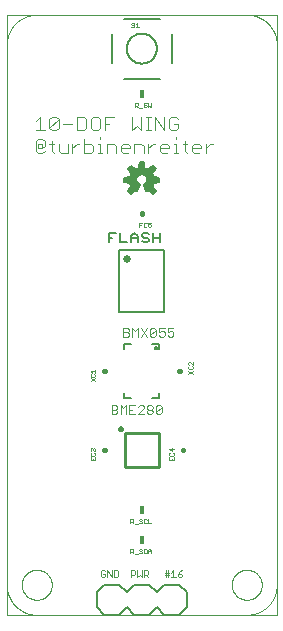
<source format=gto>
G75*
%MOIN*%
%OFA0B0*%
%FSLAX25Y25*%
%IPPOS*%
%LPD*%
%AMOC8*
5,1,8,0,0,1.08239X$1,22.5*
%
%ADD10C,0.00000*%
%ADD11C,0.00400*%
%ADD12C,0.00200*%
%ADD13C,0.01500*%
%ADD14C,0.00100*%
%ADD15C,0.00800*%
%ADD16C,0.00591*%
%ADD17R,0.01500X0.03000*%
%ADD18C,0.00500*%
%ADD19C,0.00300*%
%ADD20C,0.01000*%
%ADD21C,0.02500*%
%ADD22C,0.00700*%
D10*
X0005000Y0004300D02*
X0005000Y0204261D01*
X0094951Y0204261D01*
X0094951Y0004300D01*
X0005000Y0004300D01*
X0005000Y0014300D02*
X0005000Y0194300D01*
X0005003Y0194542D01*
X0005012Y0194783D01*
X0005026Y0195024D01*
X0005047Y0195265D01*
X0005073Y0195505D01*
X0005105Y0195745D01*
X0005143Y0195984D01*
X0005186Y0196221D01*
X0005236Y0196458D01*
X0005291Y0196693D01*
X0005351Y0196927D01*
X0005418Y0197159D01*
X0005489Y0197390D01*
X0005567Y0197619D01*
X0005650Y0197846D01*
X0005738Y0198071D01*
X0005832Y0198294D01*
X0005931Y0198514D01*
X0006036Y0198732D01*
X0006145Y0198947D01*
X0006260Y0199160D01*
X0006380Y0199370D01*
X0006505Y0199576D01*
X0006635Y0199780D01*
X0006770Y0199981D01*
X0006910Y0200178D01*
X0007054Y0200372D01*
X0007203Y0200562D01*
X0007357Y0200748D01*
X0007515Y0200931D01*
X0007677Y0201110D01*
X0007844Y0201285D01*
X0008015Y0201456D01*
X0008190Y0201623D01*
X0008369Y0201785D01*
X0008552Y0201943D01*
X0008738Y0202097D01*
X0008928Y0202246D01*
X0009122Y0202390D01*
X0009319Y0202530D01*
X0009520Y0202665D01*
X0009724Y0202795D01*
X0009930Y0202920D01*
X0010140Y0203040D01*
X0010353Y0203155D01*
X0010568Y0203264D01*
X0010786Y0203369D01*
X0011006Y0203468D01*
X0011229Y0203562D01*
X0011454Y0203650D01*
X0011681Y0203733D01*
X0011910Y0203811D01*
X0012141Y0203882D01*
X0012373Y0203949D01*
X0012607Y0204009D01*
X0012842Y0204064D01*
X0013079Y0204114D01*
X0013316Y0204157D01*
X0013555Y0204195D01*
X0013795Y0204227D01*
X0014035Y0204253D01*
X0014276Y0204274D01*
X0014517Y0204288D01*
X0014758Y0204297D01*
X0015000Y0204300D01*
X0085000Y0204300D01*
X0085242Y0204297D01*
X0085483Y0204288D01*
X0085724Y0204274D01*
X0085965Y0204253D01*
X0086205Y0204227D01*
X0086445Y0204195D01*
X0086684Y0204157D01*
X0086921Y0204114D01*
X0087158Y0204064D01*
X0087393Y0204009D01*
X0087627Y0203949D01*
X0087859Y0203882D01*
X0088090Y0203811D01*
X0088319Y0203733D01*
X0088546Y0203650D01*
X0088771Y0203562D01*
X0088994Y0203468D01*
X0089214Y0203369D01*
X0089432Y0203264D01*
X0089647Y0203155D01*
X0089860Y0203040D01*
X0090070Y0202920D01*
X0090276Y0202795D01*
X0090480Y0202665D01*
X0090681Y0202530D01*
X0090878Y0202390D01*
X0091072Y0202246D01*
X0091262Y0202097D01*
X0091448Y0201943D01*
X0091631Y0201785D01*
X0091810Y0201623D01*
X0091985Y0201456D01*
X0092156Y0201285D01*
X0092323Y0201110D01*
X0092485Y0200931D01*
X0092643Y0200748D01*
X0092797Y0200562D01*
X0092946Y0200372D01*
X0093090Y0200178D01*
X0093230Y0199981D01*
X0093365Y0199780D01*
X0093495Y0199576D01*
X0093620Y0199370D01*
X0093740Y0199160D01*
X0093855Y0198947D01*
X0093964Y0198732D01*
X0094069Y0198514D01*
X0094168Y0198294D01*
X0094262Y0198071D01*
X0094350Y0197846D01*
X0094433Y0197619D01*
X0094511Y0197390D01*
X0094582Y0197159D01*
X0094649Y0196927D01*
X0094709Y0196693D01*
X0094764Y0196458D01*
X0094814Y0196221D01*
X0094857Y0195984D01*
X0094895Y0195745D01*
X0094927Y0195505D01*
X0094953Y0195265D01*
X0094974Y0195024D01*
X0094988Y0194783D01*
X0094997Y0194542D01*
X0095000Y0194300D01*
X0095000Y0014300D01*
X0080000Y0014300D02*
X0080002Y0014441D01*
X0080008Y0014582D01*
X0080018Y0014722D01*
X0080032Y0014862D01*
X0080050Y0015002D01*
X0080071Y0015141D01*
X0080097Y0015280D01*
X0080126Y0015418D01*
X0080160Y0015554D01*
X0080197Y0015690D01*
X0080238Y0015825D01*
X0080283Y0015959D01*
X0080332Y0016091D01*
X0080384Y0016222D01*
X0080440Y0016351D01*
X0080500Y0016478D01*
X0080563Y0016604D01*
X0080629Y0016728D01*
X0080700Y0016851D01*
X0080773Y0016971D01*
X0080850Y0017089D01*
X0080930Y0017205D01*
X0081014Y0017318D01*
X0081100Y0017429D01*
X0081190Y0017538D01*
X0081283Y0017644D01*
X0081378Y0017747D01*
X0081477Y0017848D01*
X0081578Y0017946D01*
X0081682Y0018041D01*
X0081789Y0018133D01*
X0081898Y0018222D01*
X0082010Y0018307D01*
X0082124Y0018390D01*
X0082240Y0018470D01*
X0082359Y0018546D01*
X0082480Y0018618D01*
X0082602Y0018688D01*
X0082727Y0018753D01*
X0082853Y0018816D01*
X0082981Y0018874D01*
X0083111Y0018929D01*
X0083242Y0018981D01*
X0083375Y0019028D01*
X0083509Y0019072D01*
X0083644Y0019113D01*
X0083780Y0019149D01*
X0083917Y0019181D01*
X0084055Y0019210D01*
X0084193Y0019235D01*
X0084333Y0019255D01*
X0084473Y0019272D01*
X0084613Y0019285D01*
X0084754Y0019294D01*
X0084894Y0019299D01*
X0085035Y0019300D01*
X0085176Y0019297D01*
X0085317Y0019290D01*
X0085457Y0019279D01*
X0085597Y0019264D01*
X0085737Y0019245D01*
X0085876Y0019223D01*
X0086014Y0019196D01*
X0086152Y0019166D01*
X0086288Y0019131D01*
X0086424Y0019093D01*
X0086558Y0019051D01*
X0086692Y0019005D01*
X0086824Y0018956D01*
X0086954Y0018902D01*
X0087083Y0018845D01*
X0087210Y0018785D01*
X0087336Y0018721D01*
X0087459Y0018653D01*
X0087581Y0018582D01*
X0087701Y0018508D01*
X0087818Y0018430D01*
X0087933Y0018349D01*
X0088046Y0018265D01*
X0088157Y0018178D01*
X0088265Y0018087D01*
X0088370Y0017994D01*
X0088473Y0017897D01*
X0088573Y0017798D01*
X0088670Y0017696D01*
X0088764Y0017591D01*
X0088855Y0017484D01*
X0088943Y0017374D01*
X0089028Y0017262D01*
X0089110Y0017147D01*
X0089189Y0017030D01*
X0089264Y0016911D01*
X0089336Y0016790D01*
X0089404Y0016667D01*
X0089469Y0016542D01*
X0089531Y0016415D01*
X0089588Y0016286D01*
X0089643Y0016156D01*
X0089693Y0016025D01*
X0089740Y0015892D01*
X0089783Y0015758D01*
X0089822Y0015622D01*
X0089857Y0015486D01*
X0089889Y0015349D01*
X0089916Y0015211D01*
X0089940Y0015072D01*
X0089960Y0014932D01*
X0089976Y0014792D01*
X0089988Y0014652D01*
X0089996Y0014511D01*
X0090000Y0014370D01*
X0090000Y0014230D01*
X0089996Y0014089D01*
X0089988Y0013948D01*
X0089976Y0013808D01*
X0089960Y0013668D01*
X0089940Y0013528D01*
X0089916Y0013389D01*
X0089889Y0013251D01*
X0089857Y0013114D01*
X0089822Y0012978D01*
X0089783Y0012842D01*
X0089740Y0012708D01*
X0089693Y0012575D01*
X0089643Y0012444D01*
X0089588Y0012314D01*
X0089531Y0012185D01*
X0089469Y0012058D01*
X0089404Y0011933D01*
X0089336Y0011810D01*
X0089264Y0011689D01*
X0089189Y0011570D01*
X0089110Y0011453D01*
X0089028Y0011338D01*
X0088943Y0011226D01*
X0088855Y0011116D01*
X0088764Y0011009D01*
X0088670Y0010904D01*
X0088573Y0010802D01*
X0088473Y0010703D01*
X0088370Y0010606D01*
X0088265Y0010513D01*
X0088157Y0010422D01*
X0088046Y0010335D01*
X0087933Y0010251D01*
X0087818Y0010170D01*
X0087701Y0010092D01*
X0087581Y0010018D01*
X0087459Y0009947D01*
X0087336Y0009879D01*
X0087210Y0009815D01*
X0087083Y0009755D01*
X0086954Y0009698D01*
X0086824Y0009644D01*
X0086692Y0009595D01*
X0086558Y0009549D01*
X0086424Y0009507D01*
X0086288Y0009469D01*
X0086152Y0009434D01*
X0086014Y0009404D01*
X0085876Y0009377D01*
X0085737Y0009355D01*
X0085597Y0009336D01*
X0085457Y0009321D01*
X0085317Y0009310D01*
X0085176Y0009303D01*
X0085035Y0009300D01*
X0084894Y0009301D01*
X0084754Y0009306D01*
X0084613Y0009315D01*
X0084473Y0009328D01*
X0084333Y0009345D01*
X0084193Y0009365D01*
X0084055Y0009390D01*
X0083917Y0009419D01*
X0083780Y0009451D01*
X0083644Y0009487D01*
X0083509Y0009528D01*
X0083375Y0009572D01*
X0083242Y0009619D01*
X0083111Y0009671D01*
X0082981Y0009726D01*
X0082853Y0009784D01*
X0082727Y0009847D01*
X0082602Y0009912D01*
X0082480Y0009982D01*
X0082359Y0010054D01*
X0082240Y0010130D01*
X0082124Y0010210D01*
X0082010Y0010293D01*
X0081898Y0010378D01*
X0081789Y0010467D01*
X0081682Y0010559D01*
X0081578Y0010654D01*
X0081477Y0010752D01*
X0081378Y0010853D01*
X0081283Y0010956D01*
X0081190Y0011062D01*
X0081100Y0011171D01*
X0081014Y0011282D01*
X0080930Y0011395D01*
X0080850Y0011511D01*
X0080773Y0011629D01*
X0080700Y0011749D01*
X0080629Y0011872D01*
X0080563Y0011996D01*
X0080500Y0012122D01*
X0080440Y0012249D01*
X0080384Y0012378D01*
X0080332Y0012509D01*
X0080283Y0012641D01*
X0080238Y0012775D01*
X0080197Y0012910D01*
X0080160Y0013046D01*
X0080126Y0013182D01*
X0080097Y0013320D01*
X0080071Y0013459D01*
X0080050Y0013598D01*
X0080032Y0013738D01*
X0080018Y0013878D01*
X0080008Y0014018D01*
X0080002Y0014159D01*
X0080000Y0014300D01*
X0085000Y0004300D02*
X0085242Y0004303D01*
X0085483Y0004312D01*
X0085724Y0004326D01*
X0085965Y0004347D01*
X0086205Y0004373D01*
X0086445Y0004405D01*
X0086684Y0004443D01*
X0086921Y0004486D01*
X0087158Y0004536D01*
X0087393Y0004591D01*
X0087627Y0004651D01*
X0087859Y0004718D01*
X0088090Y0004789D01*
X0088319Y0004867D01*
X0088546Y0004950D01*
X0088771Y0005038D01*
X0088994Y0005132D01*
X0089214Y0005231D01*
X0089432Y0005336D01*
X0089647Y0005445D01*
X0089860Y0005560D01*
X0090070Y0005680D01*
X0090276Y0005805D01*
X0090480Y0005935D01*
X0090681Y0006070D01*
X0090878Y0006210D01*
X0091072Y0006354D01*
X0091262Y0006503D01*
X0091448Y0006657D01*
X0091631Y0006815D01*
X0091810Y0006977D01*
X0091985Y0007144D01*
X0092156Y0007315D01*
X0092323Y0007490D01*
X0092485Y0007669D01*
X0092643Y0007852D01*
X0092797Y0008038D01*
X0092946Y0008228D01*
X0093090Y0008422D01*
X0093230Y0008619D01*
X0093365Y0008820D01*
X0093495Y0009024D01*
X0093620Y0009230D01*
X0093740Y0009440D01*
X0093855Y0009653D01*
X0093964Y0009868D01*
X0094069Y0010086D01*
X0094168Y0010306D01*
X0094262Y0010529D01*
X0094350Y0010754D01*
X0094433Y0010981D01*
X0094511Y0011210D01*
X0094582Y0011441D01*
X0094649Y0011673D01*
X0094709Y0011907D01*
X0094764Y0012142D01*
X0094814Y0012379D01*
X0094857Y0012616D01*
X0094895Y0012855D01*
X0094927Y0013095D01*
X0094953Y0013335D01*
X0094974Y0013576D01*
X0094988Y0013817D01*
X0094997Y0014058D01*
X0095000Y0014300D01*
X0085000Y0004300D02*
X0015000Y0004300D01*
X0010000Y0014300D02*
X0010002Y0014441D01*
X0010008Y0014582D01*
X0010018Y0014722D01*
X0010032Y0014862D01*
X0010050Y0015002D01*
X0010071Y0015141D01*
X0010097Y0015280D01*
X0010126Y0015418D01*
X0010160Y0015554D01*
X0010197Y0015690D01*
X0010238Y0015825D01*
X0010283Y0015959D01*
X0010332Y0016091D01*
X0010384Y0016222D01*
X0010440Y0016351D01*
X0010500Y0016478D01*
X0010563Y0016604D01*
X0010629Y0016728D01*
X0010700Y0016851D01*
X0010773Y0016971D01*
X0010850Y0017089D01*
X0010930Y0017205D01*
X0011014Y0017318D01*
X0011100Y0017429D01*
X0011190Y0017538D01*
X0011283Y0017644D01*
X0011378Y0017747D01*
X0011477Y0017848D01*
X0011578Y0017946D01*
X0011682Y0018041D01*
X0011789Y0018133D01*
X0011898Y0018222D01*
X0012010Y0018307D01*
X0012124Y0018390D01*
X0012240Y0018470D01*
X0012359Y0018546D01*
X0012480Y0018618D01*
X0012602Y0018688D01*
X0012727Y0018753D01*
X0012853Y0018816D01*
X0012981Y0018874D01*
X0013111Y0018929D01*
X0013242Y0018981D01*
X0013375Y0019028D01*
X0013509Y0019072D01*
X0013644Y0019113D01*
X0013780Y0019149D01*
X0013917Y0019181D01*
X0014055Y0019210D01*
X0014193Y0019235D01*
X0014333Y0019255D01*
X0014473Y0019272D01*
X0014613Y0019285D01*
X0014754Y0019294D01*
X0014894Y0019299D01*
X0015035Y0019300D01*
X0015176Y0019297D01*
X0015317Y0019290D01*
X0015457Y0019279D01*
X0015597Y0019264D01*
X0015737Y0019245D01*
X0015876Y0019223D01*
X0016014Y0019196D01*
X0016152Y0019166D01*
X0016288Y0019131D01*
X0016424Y0019093D01*
X0016558Y0019051D01*
X0016692Y0019005D01*
X0016824Y0018956D01*
X0016954Y0018902D01*
X0017083Y0018845D01*
X0017210Y0018785D01*
X0017336Y0018721D01*
X0017459Y0018653D01*
X0017581Y0018582D01*
X0017701Y0018508D01*
X0017818Y0018430D01*
X0017933Y0018349D01*
X0018046Y0018265D01*
X0018157Y0018178D01*
X0018265Y0018087D01*
X0018370Y0017994D01*
X0018473Y0017897D01*
X0018573Y0017798D01*
X0018670Y0017696D01*
X0018764Y0017591D01*
X0018855Y0017484D01*
X0018943Y0017374D01*
X0019028Y0017262D01*
X0019110Y0017147D01*
X0019189Y0017030D01*
X0019264Y0016911D01*
X0019336Y0016790D01*
X0019404Y0016667D01*
X0019469Y0016542D01*
X0019531Y0016415D01*
X0019588Y0016286D01*
X0019643Y0016156D01*
X0019693Y0016025D01*
X0019740Y0015892D01*
X0019783Y0015758D01*
X0019822Y0015622D01*
X0019857Y0015486D01*
X0019889Y0015349D01*
X0019916Y0015211D01*
X0019940Y0015072D01*
X0019960Y0014932D01*
X0019976Y0014792D01*
X0019988Y0014652D01*
X0019996Y0014511D01*
X0020000Y0014370D01*
X0020000Y0014230D01*
X0019996Y0014089D01*
X0019988Y0013948D01*
X0019976Y0013808D01*
X0019960Y0013668D01*
X0019940Y0013528D01*
X0019916Y0013389D01*
X0019889Y0013251D01*
X0019857Y0013114D01*
X0019822Y0012978D01*
X0019783Y0012842D01*
X0019740Y0012708D01*
X0019693Y0012575D01*
X0019643Y0012444D01*
X0019588Y0012314D01*
X0019531Y0012185D01*
X0019469Y0012058D01*
X0019404Y0011933D01*
X0019336Y0011810D01*
X0019264Y0011689D01*
X0019189Y0011570D01*
X0019110Y0011453D01*
X0019028Y0011338D01*
X0018943Y0011226D01*
X0018855Y0011116D01*
X0018764Y0011009D01*
X0018670Y0010904D01*
X0018573Y0010802D01*
X0018473Y0010703D01*
X0018370Y0010606D01*
X0018265Y0010513D01*
X0018157Y0010422D01*
X0018046Y0010335D01*
X0017933Y0010251D01*
X0017818Y0010170D01*
X0017701Y0010092D01*
X0017581Y0010018D01*
X0017459Y0009947D01*
X0017336Y0009879D01*
X0017210Y0009815D01*
X0017083Y0009755D01*
X0016954Y0009698D01*
X0016824Y0009644D01*
X0016692Y0009595D01*
X0016558Y0009549D01*
X0016424Y0009507D01*
X0016288Y0009469D01*
X0016152Y0009434D01*
X0016014Y0009404D01*
X0015876Y0009377D01*
X0015737Y0009355D01*
X0015597Y0009336D01*
X0015457Y0009321D01*
X0015317Y0009310D01*
X0015176Y0009303D01*
X0015035Y0009300D01*
X0014894Y0009301D01*
X0014754Y0009306D01*
X0014613Y0009315D01*
X0014473Y0009328D01*
X0014333Y0009345D01*
X0014193Y0009365D01*
X0014055Y0009390D01*
X0013917Y0009419D01*
X0013780Y0009451D01*
X0013644Y0009487D01*
X0013509Y0009528D01*
X0013375Y0009572D01*
X0013242Y0009619D01*
X0013111Y0009671D01*
X0012981Y0009726D01*
X0012853Y0009784D01*
X0012727Y0009847D01*
X0012602Y0009912D01*
X0012480Y0009982D01*
X0012359Y0010054D01*
X0012240Y0010130D01*
X0012124Y0010210D01*
X0012010Y0010293D01*
X0011898Y0010378D01*
X0011789Y0010467D01*
X0011682Y0010559D01*
X0011578Y0010654D01*
X0011477Y0010752D01*
X0011378Y0010853D01*
X0011283Y0010956D01*
X0011190Y0011062D01*
X0011100Y0011171D01*
X0011014Y0011282D01*
X0010930Y0011395D01*
X0010850Y0011511D01*
X0010773Y0011629D01*
X0010700Y0011749D01*
X0010629Y0011872D01*
X0010563Y0011996D01*
X0010500Y0012122D01*
X0010440Y0012249D01*
X0010384Y0012378D01*
X0010332Y0012509D01*
X0010283Y0012641D01*
X0010238Y0012775D01*
X0010197Y0012910D01*
X0010160Y0013046D01*
X0010126Y0013182D01*
X0010097Y0013320D01*
X0010071Y0013459D01*
X0010050Y0013598D01*
X0010032Y0013738D01*
X0010018Y0013878D01*
X0010008Y0014018D01*
X0010002Y0014159D01*
X0010000Y0014300D01*
X0005000Y0014300D02*
X0005003Y0014058D01*
X0005012Y0013817D01*
X0005026Y0013576D01*
X0005047Y0013335D01*
X0005073Y0013095D01*
X0005105Y0012855D01*
X0005143Y0012616D01*
X0005186Y0012379D01*
X0005236Y0012142D01*
X0005291Y0011907D01*
X0005351Y0011673D01*
X0005418Y0011441D01*
X0005489Y0011210D01*
X0005567Y0010981D01*
X0005650Y0010754D01*
X0005738Y0010529D01*
X0005832Y0010306D01*
X0005931Y0010086D01*
X0006036Y0009868D01*
X0006145Y0009653D01*
X0006260Y0009440D01*
X0006380Y0009230D01*
X0006505Y0009024D01*
X0006635Y0008820D01*
X0006770Y0008619D01*
X0006910Y0008422D01*
X0007054Y0008228D01*
X0007203Y0008038D01*
X0007357Y0007852D01*
X0007515Y0007669D01*
X0007677Y0007490D01*
X0007844Y0007315D01*
X0008015Y0007144D01*
X0008190Y0006977D01*
X0008369Y0006815D01*
X0008552Y0006657D01*
X0008738Y0006503D01*
X0008928Y0006354D01*
X0009122Y0006210D01*
X0009319Y0006070D01*
X0009520Y0005935D01*
X0009724Y0005805D01*
X0009930Y0005680D01*
X0010140Y0005560D01*
X0010353Y0005445D01*
X0010568Y0005336D01*
X0010786Y0005231D01*
X0011006Y0005132D01*
X0011229Y0005038D01*
X0011454Y0004950D01*
X0011681Y0004867D01*
X0011910Y0004789D01*
X0012141Y0004718D01*
X0012373Y0004651D01*
X0012607Y0004591D01*
X0012842Y0004536D01*
X0013079Y0004486D01*
X0013316Y0004443D01*
X0013555Y0004405D01*
X0013795Y0004373D01*
X0014035Y0004347D01*
X0014276Y0004326D01*
X0014517Y0004312D01*
X0014758Y0004303D01*
X0015000Y0004300D01*
D11*
X0015349Y0158250D02*
X0014582Y0159017D01*
X0014582Y0162087D01*
X0015349Y0162854D01*
X0016883Y0162854D01*
X0017651Y0162087D01*
X0017651Y0160552D01*
X0016883Y0159785D01*
X0016883Y0161319D01*
X0015349Y0161319D01*
X0015349Y0159785D01*
X0016883Y0159785D01*
X0017651Y0159017D02*
X0016883Y0158250D01*
X0015349Y0158250D01*
X0019953Y0159017D02*
X0020720Y0158250D01*
X0019953Y0159017D02*
X0019953Y0162087D01*
X0020720Y0161319D02*
X0019185Y0161319D01*
X0019953Y0165750D02*
X0019185Y0166517D01*
X0022255Y0169587D01*
X0022255Y0166517D01*
X0021487Y0165750D01*
X0019953Y0165750D01*
X0019185Y0166517D02*
X0019185Y0169587D01*
X0019953Y0170354D01*
X0021487Y0170354D01*
X0022255Y0169587D01*
X0023789Y0168052D02*
X0026859Y0168052D01*
X0028393Y0170354D02*
X0028393Y0165750D01*
X0030695Y0165750D01*
X0031463Y0166517D01*
X0031463Y0169587D01*
X0030695Y0170354D01*
X0028393Y0170354D01*
X0032997Y0169587D02*
X0032997Y0166517D01*
X0033765Y0165750D01*
X0035299Y0165750D01*
X0036067Y0166517D01*
X0036067Y0169587D01*
X0035299Y0170354D01*
X0033765Y0170354D01*
X0032997Y0169587D01*
X0036066Y0163621D02*
X0036066Y0162854D01*
X0036066Y0161319D02*
X0036066Y0158250D01*
X0035299Y0158250D02*
X0036834Y0158250D01*
X0038368Y0158250D02*
X0038368Y0161319D01*
X0040670Y0161319D01*
X0041438Y0160552D01*
X0041438Y0158250D01*
X0042972Y0159017D02*
X0042972Y0160552D01*
X0043740Y0161319D01*
X0045274Y0161319D01*
X0046042Y0160552D01*
X0046042Y0159785D01*
X0042972Y0159785D01*
X0042972Y0159017D02*
X0043740Y0158250D01*
X0045274Y0158250D01*
X0047576Y0158250D02*
X0047576Y0161319D01*
X0049878Y0161319D01*
X0050646Y0160552D01*
X0050646Y0158250D01*
X0052180Y0158250D02*
X0052180Y0161319D01*
X0052180Y0159785D02*
X0053715Y0161319D01*
X0054482Y0161319D01*
X0056017Y0160552D02*
X0056784Y0161319D01*
X0058319Y0161319D01*
X0059086Y0160552D01*
X0059086Y0159785D01*
X0056017Y0159785D01*
X0056017Y0160552D02*
X0056017Y0159017D01*
X0056784Y0158250D01*
X0058319Y0158250D01*
X0060621Y0158250D02*
X0062155Y0158250D01*
X0061388Y0158250D02*
X0061388Y0161319D01*
X0060621Y0161319D01*
X0061388Y0162854D02*
X0061388Y0163621D01*
X0061388Y0165750D02*
X0062155Y0166517D01*
X0062155Y0168052D01*
X0060621Y0168052D01*
X0062155Y0169587D02*
X0061388Y0170354D01*
X0059853Y0170354D01*
X0059086Y0169587D01*
X0059086Y0166517D01*
X0059853Y0165750D01*
X0061388Y0165750D01*
X0063690Y0161319D02*
X0065225Y0161319D01*
X0064457Y0162087D02*
X0064457Y0159017D01*
X0065225Y0158250D01*
X0066759Y0159017D02*
X0066759Y0160552D01*
X0067527Y0161319D01*
X0069061Y0161319D01*
X0069829Y0160552D01*
X0069829Y0159785D01*
X0066759Y0159785D01*
X0066759Y0159017D02*
X0067527Y0158250D01*
X0069061Y0158250D01*
X0071363Y0158250D02*
X0071363Y0161319D01*
X0071363Y0159785D02*
X0072898Y0161319D01*
X0073665Y0161319D01*
X0057551Y0165750D02*
X0057551Y0170354D01*
X0054482Y0170354D02*
X0057551Y0165750D01*
X0054482Y0165750D02*
X0054482Y0170354D01*
X0052948Y0170354D02*
X0051413Y0170354D01*
X0052180Y0170354D02*
X0052180Y0165750D01*
X0051413Y0165750D02*
X0052948Y0165750D01*
X0049878Y0165750D02*
X0049878Y0170354D01*
X0048344Y0167285D02*
X0049878Y0165750D01*
X0048344Y0167285D02*
X0046809Y0165750D01*
X0046809Y0170354D01*
X0040670Y0170354D02*
X0037601Y0170354D01*
X0037601Y0165750D01*
X0037601Y0168052D02*
X0039136Y0168052D01*
X0036066Y0161319D02*
X0035299Y0161319D01*
X0033765Y0160552D02*
X0033765Y0159017D01*
X0032997Y0158250D01*
X0030695Y0158250D01*
X0030695Y0162854D01*
X0030695Y0161319D02*
X0032997Y0161319D01*
X0033765Y0160552D01*
X0029161Y0161319D02*
X0028393Y0161319D01*
X0026859Y0159785D01*
X0026859Y0161319D02*
X0026859Y0158250D01*
X0025324Y0158250D02*
X0025324Y0161319D01*
X0025324Y0158250D02*
X0023022Y0158250D01*
X0022255Y0159017D01*
X0022255Y0161319D01*
X0017651Y0165750D02*
X0014582Y0165750D01*
X0014582Y0168819D02*
X0016116Y0170354D01*
X0016116Y0165750D01*
D12*
X0036717Y0019102D02*
X0036350Y0018735D01*
X0036350Y0017267D01*
X0036717Y0016900D01*
X0037451Y0016900D01*
X0037818Y0017267D01*
X0037818Y0018001D01*
X0037084Y0018001D01*
X0037818Y0018735D02*
X0037451Y0019102D01*
X0036717Y0019102D01*
X0038560Y0019102D02*
X0038560Y0016900D01*
X0040028Y0016900D02*
X0038560Y0019102D01*
X0040028Y0019102D02*
X0040028Y0016900D01*
X0040770Y0016900D02*
X0040770Y0019102D01*
X0041871Y0019102D01*
X0042238Y0018735D01*
X0042238Y0017267D01*
X0041871Y0016900D01*
X0040770Y0016900D01*
X0046350Y0016900D02*
X0046350Y0019102D01*
X0047451Y0019102D01*
X0047818Y0018735D01*
X0047818Y0018001D01*
X0047451Y0017634D01*
X0046350Y0017634D01*
X0048560Y0016900D02*
X0049294Y0017634D01*
X0050028Y0016900D01*
X0050028Y0019102D01*
X0050770Y0019102D02*
X0050770Y0016900D01*
X0050770Y0017634D02*
X0051871Y0017634D01*
X0052238Y0018001D01*
X0052238Y0018735D01*
X0051871Y0019102D01*
X0050770Y0019102D01*
X0051504Y0017634D02*
X0052238Y0016900D01*
X0048560Y0016900D02*
X0048560Y0019102D01*
X0057600Y0018368D02*
X0058701Y0018368D01*
X0059068Y0018368D01*
X0059068Y0017634D02*
X0057600Y0017634D01*
X0057967Y0016900D02*
X0057967Y0019102D01*
X0058701Y0019102D02*
X0058701Y0016900D01*
X0059810Y0016900D02*
X0061278Y0016900D01*
X0060544Y0016900D02*
X0060544Y0019102D01*
X0059810Y0018368D01*
X0062020Y0018001D02*
X0063121Y0018001D01*
X0063488Y0017634D01*
X0063488Y0017267D01*
X0063121Y0016900D01*
X0062387Y0016900D01*
X0062020Y0017267D01*
X0062020Y0018001D01*
X0062754Y0018735D01*
X0063488Y0019102D01*
D13*
X0063640Y0059300D02*
X0063860Y0059300D01*
X0062610Y0085550D02*
X0062390Y0085550D01*
X0037610Y0085550D02*
X0037390Y0085550D01*
X0037390Y0059300D02*
X0037610Y0059300D01*
X0050000Y0137940D02*
X0050000Y0138160D01*
D14*
X0050131Y0135001D02*
X0049130Y0135001D01*
X0049130Y0133500D01*
X0049130Y0134251D02*
X0049631Y0134251D01*
X0050603Y0134751D02*
X0050603Y0133750D01*
X0050854Y0133500D01*
X0051354Y0133500D01*
X0051604Y0133750D01*
X0052077Y0133750D02*
X0052327Y0133500D01*
X0052827Y0133500D01*
X0053078Y0133750D01*
X0053078Y0134251D01*
X0052827Y0134501D01*
X0052577Y0134501D01*
X0052077Y0134251D01*
X0052077Y0135001D01*
X0053078Y0135001D01*
X0051604Y0134751D02*
X0051354Y0135001D01*
X0050854Y0135001D01*
X0050603Y0134751D01*
X0050131Y0173250D02*
X0049130Y0173250D01*
X0048658Y0173500D02*
X0048157Y0174000D01*
X0048408Y0174000D02*
X0047657Y0174000D01*
X0047657Y0173500D02*
X0047657Y0175001D01*
X0048408Y0175001D01*
X0048658Y0174751D01*
X0048658Y0174251D01*
X0048408Y0174000D01*
X0050603Y0173750D02*
X0050854Y0173500D01*
X0051354Y0173500D01*
X0051604Y0173750D01*
X0051604Y0174000D01*
X0051354Y0174251D01*
X0050854Y0174251D01*
X0050603Y0174501D01*
X0050603Y0174751D01*
X0050854Y0175001D01*
X0051354Y0175001D01*
X0051604Y0174751D01*
X0052077Y0175001D02*
X0052077Y0173500D01*
X0052577Y0174000D01*
X0053078Y0173500D01*
X0053078Y0175001D01*
X0049024Y0200100D02*
X0048023Y0200100D01*
X0048524Y0200100D02*
X0048524Y0201601D01*
X0048023Y0201101D01*
X0047551Y0201351D02*
X0047301Y0201601D01*
X0046800Y0201601D01*
X0046550Y0201351D01*
X0046550Y0201101D01*
X0046800Y0200851D01*
X0047301Y0200851D01*
X0047551Y0200600D01*
X0047551Y0200350D01*
X0047301Y0200100D01*
X0046800Y0200100D01*
X0046550Y0200350D01*
X0065799Y0088628D02*
X0065549Y0088377D01*
X0065549Y0087877D01*
X0065799Y0087627D01*
X0065799Y0087154D02*
X0065549Y0086904D01*
X0065549Y0086404D01*
X0065799Y0086153D01*
X0066800Y0086153D01*
X0067050Y0086404D01*
X0067050Y0086904D01*
X0066800Y0087154D01*
X0067050Y0087627D02*
X0066049Y0088628D01*
X0065799Y0088628D01*
X0067050Y0088628D02*
X0067050Y0087627D01*
X0067050Y0085681D02*
X0065549Y0084680D01*
X0065549Y0085681D02*
X0067050Y0084680D01*
X0059949Y0059797D02*
X0059949Y0058797D01*
X0059199Y0059547D01*
X0060700Y0059547D01*
X0060450Y0058324D02*
X0060700Y0058074D01*
X0060700Y0057573D01*
X0060450Y0057323D01*
X0059449Y0057323D01*
X0059199Y0057573D01*
X0059199Y0058074D01*
X0059449Y0058324D01*
X0059199Y0056851D02*
X0059199Y0055850D01*
X0060700Y0055850D01*
X0060700Y0056851D01*
X0059949Y0056350D02*
X0059949Y0055850D01*
X0052077Y0036251D02*
X0052077Y0034750D01*
X0053078Y0034750D01*
X0051604Y0035000D02*
X0051354Y0034750D01*
X0050854Y0034750D01*
X0050603Y0035000D01*
X0050603Y0036001D01*
X0050854Y0036251D01*
X0051354Y0036251D01*
X0051604Y0036001D01*
X0050131Y0036001D02*
X0049881Y0036251D01*
X0049380Y0036251D01*
X0049130Y0036001D01*
X0049130Y0035751D01*
X0049380Y0035501D01*
X0049881Y0035501D01*
X0050131Y0035250D01*
X0050131Y0035000D01*
X0049881Y0034750D01*
X0049380Y0034750D01*
X0049130Y0035000D01*
X0048658Y0034500D02*
X0047657Y0034500D01*
X0047185Y0034750D02*
X0046684Y0035250D01*
X0046934Y0035250D02*
X0046184Y0035250D01*
X0046184Y0034750D02*
X0046184Y0036251D01*
X0046934Y0036251D01*
X0047185Y0036001D01*
X0047185Y0035501D01*
X0046934Y0035250D01*
X0046934Y0026251D02*
X0046184Y0026251D01*
X0046184Y0024750D01*
X0046184Y0025250D02*
X0046934Y0025250D01*
X0047185Y0025501D01*
X0047185Y0026001D01*
X0046934Y0026251D01*
X0046684Y0025250D02*
X0047185Y0024750D01*
X0047657Y0024500D02*
X0048658Y0024500D01*
X0049130Y0025000D02*
X0049380Y0024750D01*
X0049881Y0024750D01*
X0050131Y0025000D01*
X0050131Y0025250D01*
X0049881Y0025501D01*
X0049380Y0025501D01*
X0049130Y0025751D01*
X0049130Y0026001D01*
X0049380Y0026251D01*
X0049881Y0026251D01*
X0050131Y0026001D01*
X0050603Y0026251D02*
X0050603Y0024750D01*
X0051354Y0024750D01*
X0051604Y0025000D01*
X0051604Y0026001D01*
X0051354Y0026251D01*
X0050603Y0026251D01*
X0052077Y0025751D02*
X0052077Y0024750D01*
X0052077Y0025501D02*
X0053078Y0025501D01*
X0053078Y0025751D02*
X0053078Y0024750D01*
X0053078Y0025751D02*
X0052577Y0026251D01*
X0052077Y0025751D01*
X0034450Y0055850D02*
X0034450Y0056851D01*
X0034200Y0057323D02*
X0034450Y0057573D01*
X0034450Y0058074D01*
X0034200Y0058324D01*
X0034200Y0058797D02*
X0034450Y0059047D01*
X0034450Y0059547D01*
X0034200Y0059797D01*
X0033950Y0059797D01*
X0033699Y0059547D01*
X0033699Y0059297D01*
X0033699Y0059547D02*
X0033449Y0059797D01*
X0033199Y0059797D01*
X0032949Y0059547D01*
X0032949Y0059047D01*
X0033199Y0058797D01*
X0033199Y0058324D02*
X0032949Y0058074D01*
X0032949Y0057573D01*
X0033199Y0057323D01*
X0034200Y0057323D01*
X0033699Y0056350D02*
X0033699Y0055850D01*
X0032949Y0055850D02*
X0032949Y0056851D01*
X0032949Y0055850D02*
X0034450Y0055850D01*
X0034450Y0082100D02*
X0032949Y0083101D01*
X0033199Y0083573D02*
X0032949Y0083823D01*
X0032949Y0084324D01*
X0033199Y0084574D01*
X0033449Y0085047D02*
X0032949Y0085547D01*
X0034450Y0085547D01*
X0034450Y0085047D02*
X0034450Y0086047D01*
X0034200Y0084574D02*
X0034450Y0084324D01*
X0034450Y0083823D01*
X0034200Y0083573D01*
X0033199Y0083573D01*
X0034450Y0083101D02*
X0032949Y0082100D01*
D15*
X0042520Y0105137D02*
X0042520Y0126003D01*
X0057480Y0126003D01*
X0057480Y0105137D01*
X0042520Y0105137D01*
X0043937Y0183050D02*
X0056063Y0183050D01*
X0060000Y0188168D02*
X0060000Y0197932D01*
X0056063Y0203050D02*
X0043937Y0203050D01*
X0040000Y0198050D02*
X0040000Y0188168D01*
X0045000Y0193050D02*
X0045002Y0193191D01*
X0045008Y0193332D01*
X0045018Y0193472D01*
X0045032Y0193612D01*
X0045050Y0193752D01*
X0045071Y0193891D01*
X0045097Y0194030D01*
X0045126Y0194168D01*
X0045160Y0194304D01*
X0045197Y0194440D01*
X0045238Y0194575D01*
X0045283Y0194709D01*
X0045332Y0194841D01*
X0045384Y0194972D01*
X0045440Y0195101D01*
X0045500Y0195228D01*
X0045563Y0195354D01*
X0045629Y0195478D01*
X0045700Y0195601D01*
X0045773Y0195721D01*
X0045850Y0195839D01*
X0045930Y0195955D01*
X0046014Y0196068D01*
X0046100Y0196179D01*
X0046190Y0196288D01*
X0046283Y0196394D01*
X0046378Y0196497D01*
X0046477Y0196598D01*
X0046578Y0196696D01*
X0046682Y0196791D01*
X0046789Y0196883D01*
X0046898Y0196972D01*
X0047010Y0197057D01*
X0047124Y0197140D01*
X0047240Y0197220D01*
X0047359Y0197296D01*
X0047480Y0197368D01*
X0047602Y0197438D01*
X0047727Y0197503D01*
X0047853Y0197566D01*
X0047981Y0197624D01*
X0048111Y0197679D01*
X0048242Y0197731D01*
X0048375Y0197778D01*
X0048509Y0197822D01*
X0048644Y0197863D01*
X0048780Y0197899D01*
X0048917Y0197931D01*
X0049055Y0197960D01*
X0049193Y0197985D01*
X0049333Y0198005D01*
X0049473Y0198022D01*
X0049613Y0198035D01*
X0049754Y0198044D01*
X0049894Y0198049D01*
X0050035Y0198050D01*
X0050176Y0198047D01*
X0050317Y0198040D01*
X0050457Y0198029D01*
X0050597Y0198014D01*
X0050737Y0197995D01*
X0050876Y0197973D01*
X0051014Y0197946D01*
X0051152Y0197916D01*
X0051288Y0197881D01*
X0051424Y0197843D01*
X0051558Y0197801D01*
X0051692Y0197755D01*
X0051824Y0197706D01*
X0051954Y0197652D01*
X0052083Y0197595D01*
X0052210Y0197535D01*
X0052336Y0197471D01*
X0052459Y0197403D01*
X0052581Y0197332D01*
X0052701Y0197258D01*
X0052818Y0197180D01*
X0052933Y0197099D01*
X0053046Y0197015D01*
X0053157Y0196928D01*
X0053265Y0196837D01*
X0053370Y0196744D01*
X0053473Y0196647D01*
X0053573Y0196548D01*
X0053670Y0196446D01*
X0053764Y0196341D01*
X0053855Y0196234D01*
X0053943Y0196124D01*
X0054028Y0196012D01*
X0054110Y0195897D01*
X0054189Y0195780D01*
X0054264Y0195661D01*
X0054336Y0195540D01*
X0054404Y0195417D01*
X0054469Y0195292D01*
X0054531Y0195165D01*
X0054588Y0195036D01*
X0054643Y0194906D01*
X0054693Y0194775D01*
X0054740Y0194642D01*
X0054783Y0194508D01*
X0054822Y0194372D01*
X0054857Y0194236D01*
X0054889Y0194099D01*
X0054916Y0193961D01*
X0054940Y0193822D01*
X0054960Y0193682D01*
X0054976Y0193542D01*
X0054988Y0193402D01*
X0054996Y0193261D01*
X0055000Y0193120D01*
X0055000Y0192980D01*
X0054996Y0192839D01*
X0054988Y0192698D01*
X0054976Y0192558D01*
X0054960Y0192418D01*
X0054940Y0192278D01*
X0054916Y0192139D01*
X0054889Y0192001D01*
X0054857Y0191864D01*
X0054822Y0191728D01*
X0054783Y0191592D01*
X0054740Y0191458D01*
X0054693Y0191325D01*
X0054643Y0191194D01*
X0054588Y0191064D01*
X0054531Y0190935D01*
X0054469Y0190808D01*
X0054404Y0190683D01*
X0054336Y0190560D01*
X0054264Y0190439D01*
X0054189Y0190320D01*
X0054110Y0190203D01*
X0054028Y0190088D01*
X0053943Y0189976D01*
X0053855Y0189866D01*
X0053764Y0189759D01*
X0053670Y0189654D01*
X0053573Y0189552D01*
X0053473Y0189453D01*
X0053370Y0189356D01*
X0053265Y0189263D01*
X0053157Y0189172D01*
X0053046Y0189085D01*
X0052933Y0189001D01*
X0052818Y0188920D01*
X0052701Y0188842D01*
X0052581Y0188768D01*
X0052459Y0188697D01*
X0052336Y0188629D01*
X0052210Y0188565D01*
X0052083Y0188505D01*
X0051954Y0188448D01*
X0051824Y0188394D01*
X0051692Y0188345D01*
X0051558Y0188299D01*
X0051424Y0188257D01*
X0051288Y0188219D01*
X0051152Y0188184D01*
X0051014Y0188154D01*
X0050876Y0188127D01*
X0050737Y0188105D01*
X0050597Y0188086D01*
X0050457Y0188071D01*
X0050317Y0188060D01*
X0050176Y0188053D01*
X0050035Y0188050D01*
X0049894Y0188051D01*
X0049754Y0188056D01*
X0049613Y0188065D01*
X0049473Y0188078D01*
X0049333Y0188095D01*
X0049193Y0188115D01*
X0049055Y0188140D01*
X0048917Y0188169D01*
X0048780Y0188201D01*
X0048644Y0188237D01*
X0048509Y0188278D01*
X0048375Y0188322D01*
X0048242Y0188369D01*
X0048111Y0188421D01*
X0047981Y0188476D01*
X0047853Y0188534D01*
X0047727Y0188597D01*
X0047602Y0188662D01*
X0047480Y0188732D01*
X0047359Y0188804D01*
X0047240Y0188880D01*
X0047124Y0188960D01*
X0047010Y0189043D01*
X0046898Y0189128D01*
X0046789Y0189217D01*
X0046682Y0189309D01*
X0046578Y0189404D01*
X0046477Y0189502D01*
X0046378Y0189603D01*
X0046283Y0189706D01*
X0046190Y0189812D01*
X0046100Y0189921D01*
X0046014Y0190032D01*
X0045930Y0190145D01*
X0045850Y0190261D01*
X0045773Y0190379D01*
X0045700Y0190499D01*
X0045629Y0190622D01*
X0045563Y0190746D01*
X0045500Y0190872D01*
X0045440Y0190999D01*
X0045384Y0191128D01*
X0045332Y0191259D01*
X0045283Y0191391D01*
X0045238Y0191525D01*
X0045197Y0191660D01*
X0045160Y0191796D01*
X0045126Y0191932D01*
X0045097Y0192070D01*
X0045071Y0192209D01*
X0045050Y0192348D01*
X0045032Y0192488D01*
X0045018Y0192628D01*
X0045008Y0192768D01*
X0045002Y0192909D01*
X0045000Y0193050D01*
X0042500Y0014300D02*
X0037500Y0014300D01*
X0035000Y0011800D01*
X0035000Y0006800D01*
X0037500Y0004300D01*
X0042500Y0004300D01*
X0045000Y0006800D01*
X0047500Y0004300D01*
X0052500Y0004300D01*
X0055000Y0006800D01*
X0057500Y0004300D01*
X0062500Y0004300D01*
X0065000Y0006800D01*
X0065000Y0011800D01*
X0062500Y0014300D01*
X0057500Y0014300D01*
X0055000Y0011800D01*
X0052500Y0014300D01*
X0047500Y0014300D01*
X0045000Y0011800D01*
X0042500Y0014300D01*
D16*
X0046364Y0144646D02*
X0045346Y0145664D01*
X0046557Y0147148D01*
X0046249Y0147746D01*
X0046044Y0148387D01*
X0044139Y0148580D01*
X0044139Y0150020D01*
X0046044Y0150213D01*
X0046249Y0150854D01*
X0046557Y0151452D01*
X0045346Y0152936D01*
X0046364Y0153954D01*
X0047848Y0152743D01*
X0048446Y0153051D01*
X0049087Y0153256D01*
X0049280Y0155161D01*
X0050720Y0155161D01*
X0050913Y0153256D01*
X0051554Y0153051D01*
X0052152Y0152743D01*
X0053636Y0153954D01*
X0054654Y0152936D01*
X0053443Y0151452D01*
X0053751Y0150854D01*
X0053956Y0150213D01*
X0055861Y0150020D01*
X0055861Y0148580D01*
X0053956Y0148387D01*
X0053751Y0147746D01*
X0053443Y0147148D01*
X0054654Y0145664D01*
X0053636Y0144646D01*
X0052152Y0145857D01*
X0051554Y0145549D01*
X0050706Y0147595D01*
X0051091Y0147812D01*
X0051414Y0148114D01*
X0051655Y0148484D01*
X0051801Y0148900D01*
X0051845Y0149340D01*
X0051782Y0149777D01*
X0051618Y0150187D01*
X0051360Y0150546D01*
X0051025Y0150834D01*
X0050631Y0151034D01*
X0050201Y0151134D01*
X0049759Y0151129D01*
X0049331Y0151020D01*
X0048941Y0150811D01*
X0048612Y0150517D01*
X0048363Y0150152D01*
X0048207Y0149739D01*
X0048154Y0149300D01*
X0048205Y0148869D01*
X0048355Y0148462D01*
X0048597Y0148101D01*
X0048915Y0147807D01*
X0049294Y0147595D01*
X0048446Y0145549D01*
X0047848Y0145857D01*
X0046364Y0144646D01*
X0045925Y0145086D02*
X0046903Y0145086D01*
X0047626Y0145675D02*
X0045355Y0145675D01*
X0045836Y0146264D02*
X0048742Y0146264D01*
X0048498Y0145675D02*
X0048201Y0145675D01*
X0048986Y0146853D02*
X0046316Y0146853D01*
X0046405Y0147442D02*
X0049230Y0147442D01*
X0048672Y0148031D02*
X0046157Y0148031D01*
X0046099Y0150388D02*
X0048524Y0150388D01*
X0048230Y0149798D02*
X0044139Y0149798D01*
X0044139Y0149209D02*
X0048165Y0149209D01*
X0048297Y0148620D02*
X0044139Y0148620D01*
X0045983Y0152155D02*
X0054017Y0152155D01*
X0054497Y0152744D02*
X0052152Y0152744D01*
X0052151Y0152744D02*
X0047849Y0152744D01*
X0047848Y0152744D02*
X0045503Y0152744D01*
X0045743Y0153333D02*
X0047125Y0153333D01*
X0046403Y0153922D02*
X0046333Y0153922D01*
X0046464Y0151566D02*
X0053536Y0151566D01*
X0053688Y0150977D02*
X0050744Y0150977D01*
X0051474Y0150388D02*
X0053901Y0150388D01*
X0053843Y0148031D02*
X0051326Y0148031D01*
X0051703Y0148620D02*
X0055861Y0148620D01*
X0055861Y0149209D02*
X0051832Y0149209D01*
X0051774Y0149798D02*
X0055861Y0149798D01*
X0053595Y0147442D02*
X0050770Y0147442D01*
X0051014Y0146853D02*
X0053684Y0146853D01*
X0054164Y0146264D02*
X0051258Y0146264D01*
X0051502Y0145675D02*
X0051799Y0145675D01*
X0052374Y0145675D02*
X0054645Y0145675D01*
X0054075Y0145086D02*
X0053097Y0145086D01*
X0049251Y0150977D02*
X0046312Y0150977D01*
X0049094Y0153333D02*
X0050906Y0153333D01*
X0050846Y0153922D02*
X0049154Y0153922D01*
X0049214Y0154511D02*
X0050786Y0154511D01*
X0050726Y0155100D02*
X0049274Y0155100D01*
X0052875Y0153333D02*
X0054257Y0153333D01*
X0053667Y0153922D02*
X0053597Y0153922D01*
D17*
X0050000Y0178050D03*
X0050000Y0039300D03*
X0050000Y0029300D03*
D18*
X0042975Y0066175D02*
X0042977Y0066199D01*
X0042983Y0066223D01*
X0042992Y0066245D01*
X0043005Y0066265D01*
X0043021Y0066283D01*
X0043040Y0066298D01*
X0043061Y0066311D01*
X0043083Y0066319D01*
X0043107Y0066324D01*
X0043131Y0066325D01*
X0043155Y0066322D01*
X0043178Y0066315D01*
X0043200Y0066305D01*
X0043220Y0066291D01*
X0043237Y0066274D01*
X0043252Y0066255D01*
X0043263Y0066234D01*
X0043271Y0066211D01*
X0043275Y0066187D01*
X0043275Y0066163D01*
X0043271Y0066139D01*
X0043263Y0066116D01*
X0043252Y0066095D01*
X0043237Y0066076D01*
X0043220Y0066059D01*
X0043200Y0066045D01*
X0043178Y0066035D01*
X0043155Y0066028D01*
X0043131Y0066025D01*
X0043107Y0066026D01*
X0043083Y0066031D01*
X0043061Y0066039D01*
X0043040Y0066052D01*
X0043021Y0066067D01*
X0043005Y0066085D01*
X0042992Y0066105D01*
X0042983Y0066127D01*
X0042977Y0066151D01*
X0042975Y0066175D01*
X0042812Y0066175D02*
X0042814Y0066210D01*
X0042820Y0066245D01*
X0042830Y0066278D01*
X0042843Y0066311D01*
X0042860Y0066342D01*
X0042880Y0066370D01*
X0042904Y0066396D01*
X0042930Y0066420D01*
X0042958Y0066440D01*
X0042989Y0066457D01*
X0043022Y0066470D01*
X0043055Y0066480D01*
X0043090Y0066486D01*
X0043125Y0066488D01*
X0043160Y0066486D01*
X0043195Y0066480D01*
X0043228Y0066470D01*
X0043261Y0066457D01*
X0043292Y0066440D01*
X0043320Y0066420D01*
X0043346Y0066396D01*
X0043370Y0066370D01*
X0043390Y0066342D01*
X0043407Y0066311D01*
X0043420Y0066278D01*
X0043430Y0066245D01*
X0043436Y0066210D01*
X0043438Y0066175D01*
X0043436Y0066140D01*
X0043430Y0066105D01*
X0043420Y0066072D01*
X0043407Y0066039D01*
X0043390Y0066008D01*
X0043370Y0065980D01*
X0043346Y0065954D01*
X0043320Y0065930D01*
X0043292Y0065910D01*
X0043261Y0065893D01*
X0043228Y0065880D01*
X0043195Y0065870D01*
X0043160Y0065864D01*
X0043125Y0065862D01*
X0043090Y0065864D01*
X0043055Y0065870D01*
X0043022Y0065880D01*
X0042989Y0065893D01*
X0042958Y0065910D01*
X0042930Y0065930D01*
X0042904Y0065954D01*
X0042880Y0065980D01*
X0042860Y0066008D01*
X0042843Y0066039D01*
X0042830Y0066072D01*
X0042820Y0066105D01*
X0042814Y0066140D01*
X0042812Y0066175D01*
X0042500Y0066175D02*
X0042502Y0066225D01*
X0042508Y0066274D01*
X0042518Y0066323D01*
X0042531Y0066370D01*
X0042549Y0066417D01*
X0042570Y0066462D01*
X0042594Y0066505D01*
X0042622Y0066546D01*
X0042653Y0066585D01*
X0042687Y0066621D01*
X0042724Y0066655D01*
X0042764Y0066685D01*
X0042805Y0066712D01*
X0042849Y0066736D01*
X0042894Y0066756D01*
X0042941Y0066772D01*
X0042989Y0066785D01*
X0043038Y0066794D01*
X0043088Y0066799D01*
X0043137Y0066800D01*
X0043187Y0066797D01*
X0043236Y0066790D01*
X0043285Y0066779D01*
X0043332Y0066765D01*
X0043378Y0066746D01*
X0043423Y0066724D01*
X0043466Y0066699D01*
X0043506Y0066670D01*
X0043544Y0066638D01*
X0043580Y0066604D01*
X0043613Y0066566D01*
X0043642Y0066526D01*
X0043668Y0066484D01*
X0043691Y0066440D01*
X0043710Y0066394D01*
X0043726Y0066347D01*
X0043738Y0066298D01*
X0043746Y0066249D01*
X0043750Y0066200D01*
X0043750Y0066150D01*
X0043746Y0066101D01*
X0043738Y0066052D01*
X0043726Y0066003D01*
X0043710Y0065956D01*
X0043691Y0065910D01*
X0043668Y0065866D01*
X0043642Y0065824D01*
X0043613Y0065784D01*
X0043580Y0065746D01*
X0043544Y0065712D01*
X0043506Y0065680D01*
X0043466Y0065651D01*
X0043423Y0065626D01*
X0043378Y0065604D01*
X0043332Y0065585D01*
X0043285Y0065571D01*
X0043236Y0065560D01*
X0043187Y0065553D01*
X0043137Y0065550D01*
X0043088Y0065551D01*
X0043038Y0065556D01*
X0042989Y0065565D01*
X0042941Y0065578D01*
X0042894Y0065594D01*
X0042849Y0065614D01*
X0042805Y0065638D01*
X0042764Y0065665D01*
X0042724Y0065695D01*
X0042687Y0065729D01*
X0042653Y0065765D01*
X0042622Y0065804D01*
X0042594Y0065845D01*
X0042570Y0065888D01*
X0042549Y0065933D01*
X0042531Y0065980D01*
X0042518Y0066027D01*
X0042508Y0066076D01*
X0042502Y0066125D01*
X0042500Y0066175D01*
X0044094Y0076692D02*
X0046555Y0076692D01*
X0044094Y0076692D02*
X0044094Y0078168D01*
X0044094Y0092932D02*
X0044094Y0094408D01*
X0046555Y0094408D01*
X0053445Y0094408D02*
X0055906Y0094408D01*
X0055906Y0092932D01*
X0054921Y0092932D02*
X0054429Y0092932D01*
X0054429Y0093424D01*
X0054921Y0093424D01*
X0054921Y0092932D01*
X0055906Y0078168D02*
X0055906Y0076692D01*
X0053445Y0076692D01*
D19*
X0053208Y0074152D02*
X0053692Y0073669D01*
X0053692Y0073185D01*
X0053208Y0072701D01*
X0052241Y0072701D01*
X0051757Y0073185D01*
X0051757Y0073669D01*
X0052241Y0074152D01*
X0053208Y0074152D01*
X0053208Y0072701D02*
X0053692Y0072217D01*
X0053692Y0071734D01*
X0053208Y0071250D01*
X0052241Y0071250D01*
X0051757Y0071734D01*
X0051757Y0072217D01*
X0052241Y0072701D01*
X0050745Y0073185D02*
X0050745Y0073669D01*
X0050262Y0074152D01*
X0049294Y0074152D01*
X0048810Y0073669D01*
X0047799Y0074152D02*
X0045864Y0074152D01*
X0045864Y0071250D01*
X0047799Y0071250D01*
X0048810Y0071250D02*
X0050745Y0073185D01*
X0050745Y0071250D02*
X0048810Y0071250D01*
X0046831Y0072701D02*
X0045864Y0072701D01*
X0044852Y0074152D02*
X0044852Y0071250D01*
X0043885Y0073185D02*
X0044852Y0074152D01*
X0043885Y0073185D02*
X0042917Y0074152D01*
X0042917Y0071250D01*
X0041906Y0071734D02*
X0041422Y0071250D01*
X0039971Y0071250D01*
X0039971Y0074152D01*
X0041422Y0074152D01*
X0041906Y0073669D01*
X0041906Y0073185D01*
X0041422Y0072701D01*
X0039971Y0072701D01*
X0041422Y0072701D02*
X0041906Y0072217D01*
X0041906Y0071734D01*
X0043900Y0096950D02*
X0045351Y0096950D01*
X0045835Y0097434D01*
X0045835Y0097917D01*
X0045351Y0098401D01*
X0043900Y0098401D01*
X0043900Y0096950D02*
X0043900Y0099852D01*
X0045351Y0099852D01*
X0045835Y0099369D01*
X0045835Y0098885D01*
X0045351Y0098401D01*
X0046847Y0096950D02*
X0046847Y0099852D01*
X0047814Y0098885D01*
X0048781Y0099852D01*
X0048781Y0096950D01*
X0049793Y0096950D02*
X0051728Y0099852D01*
X0052740Y0099369D02*
X0052740Y0097434D01*
X0054675Y0099369D01*
X0054675Y0097434D01*
X0054191Y0096950D01*
X0053223Y0096950D01*
X0052740Y0097434D01*
X0051728Y0096950D02*
X0049793Y0099852D01*
X0052740Y0099369D02*
X0053223Y0099852D01*
X0054191Y0099852D01*
X0054675Y0099369D01*
X0055686Y0099852D02*
X0055686Y0098401D01*
X0056654Y0098885D01*
X0057137Y0098885D01*
X0057621Y0098401D01*
X0057621Y0097434D01*
X0057137Y0096950D01*
X0056170Y0096950D01*
X0055686Y0097434D01*
X0055686Y0099852D02*
X0057621Y0099852D01*
X0058633Y0099852D02*
X0058633Y0098401D01*
X0059600Y0098885D01*
X0060084Y0098885D01*
X0060568Y0098401D01*
X0060568Y0097434D01*
X0060084Y0096950D01*
X0059116Y0096950D01*
X0058633Y0097434D01*
X0058633Y0099852D02*
X0060568Y0099852D01*
X0056155Y0074152D02*
X0055187Y0074152D01*
X0054703Y0073669D01*
X0054703Y0071734D01*
X0056638Y0073669D01*
X0056638Y0071734D01*
X0056155Y0071250D01*
X0055187Y0071250D01*
X0054703Y0071734D01*
X0056638Y0073669D02*
X0056155Y0074152D01*
D20*
X0055625Y0064925D02*
X0055625Y0053675D01*
X0044375Y0053675D01*
X0044375Y0064925D01*
X0055625Y0064925D01*
D21*
X0044985Y0123050D03*
D22*
X0044985Y0128400D02*
X0042783Y0128400D01*
X0042783Y0131703D01*
X0041302Y0131703D02*
X0039100Y0131703D01*
X0039100Y0128400D01*
X0039100Y0130051D02*
X0040201Y0130051D01*
X0046466Y0130051D02*
X0048668Y0130051D01*
X0048668Y0130602D02*
X0048668Y0128400D01*
X0050149Y0128950D02*
X0050700Y0128400D01*
X0051801Y0128400D01*
X0052351Y0128950D01*
X0052351Y0129501D01*
X0051801Y0130051D01*
X0050700Y0130051D01*
X0050149Y0130602D01*
X0050149Y0131152D01*
X0050700Y0131703D01*
X0051801Y0131703D01*
X0052351Y0131152D01*
X0053833Y0131703D02*
X0053833Y0128400D01*
X0053833Y0130051D02*
X0056034Y0130051D01*
X0056034Y0128400D02*
X0056034Y0131703D01*
X0048668Y0130602D02*
X0047567Y0131703D01*
X0046466Y0130602D01*
X0046466Y0128400D01*
M02*

</source>
